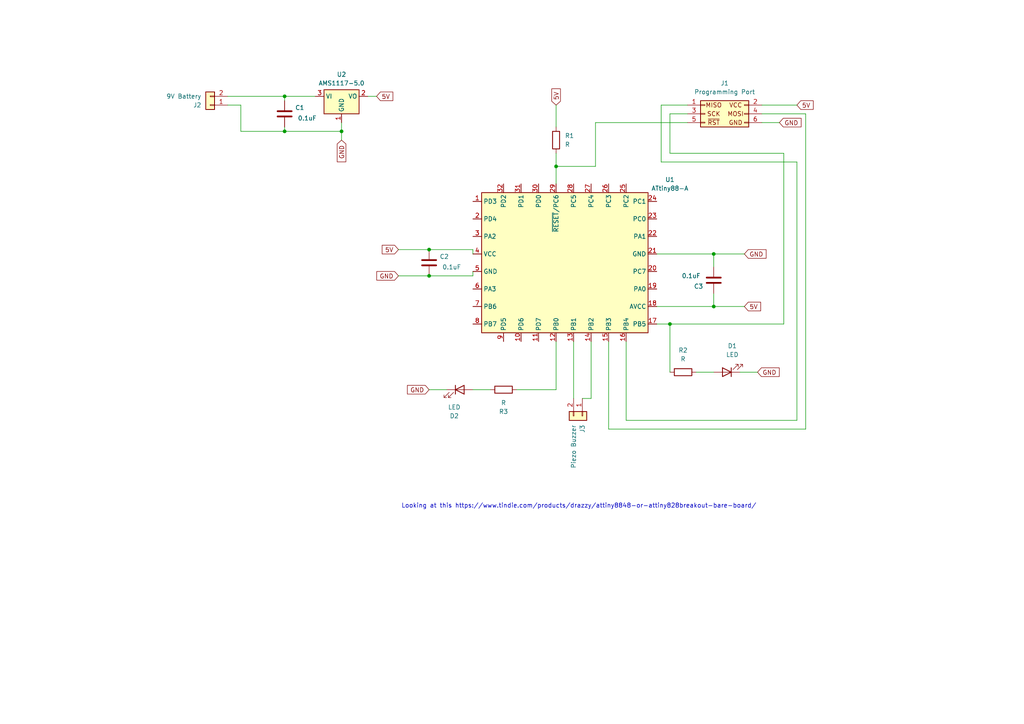
<source format=kicad_sch>
(kicad_sch (version 20231120) (generator "eeschema") (generator_version "8.0")
  (paper "A4")
  (lib_symbols
    (symbol "Connector_Generic:Conn_01x02" (pin_names (offset 1.016) hide)
      (property "Reference" "J" (at 0 2.54 0))
      (property "Value" "Conn_01x02" (at 0 -5.08 0))
      (symbol "Conn_01x02_1_1"
        (rectangle (start -1.27 -2.413) (end 0 -2.667) (stroke (width 0.1524)))
        (rectangle (start -1.27 0.127) (end 0 -0.127) (stroke (width 0.1524)))
        (rectangle (start -1.27 1.27) (end 1.27 -3.81) (stroke (width 0.254)) (fill (type background)))
        (pin passive line (at -5.08 0 0) (length 3.81) (name "Pin_1") (number "1"))
        (pin passive line (at -5.08 -2.54 0) (length 3.81) (name "Pin_2") (number "2"))
      )
    )
    (symbol "Device:C" (pin_numbers hide) (pin_names (offset 0.254))
      (property "Reference" "C" (at 0.635 2.54 0))
      (property "Value" "C" (at 0.635 -2.54 0))
      (symbol "C_0_1"
        (polyline (pts (xy -2.032 -0.762) (xy 2.032 -0.762)) (stroke (width 0.508)))
        (polyline (pts (xy -2.032 0.762) (xy 2.032 0.762)) (stroke (width 0.508)))
      )
      (symbol "C_1_1"
        (pin passive line (at 0 3.81 270) (length 2.794) (name "~") (number "1"))
        (pin passive line (at 0 -3.81 90) (length 2.794) (name "~") (number "2"))
      )
    )
    (symbol "Device:LED" (pin_numbers hide) (pin_names (offset 1.016) hide)
      (property "Reference" "D" (at 0 2.54 0))
      (property "Value" "LED" (at 0 -2.54 0))
      (symbol "LED_0_1"
        (polyline (pts (xy -1.27 -1.27) (xy -1.27 1.27)) (stroke (width 0.254)))
        (polyline (pts (xy -1.27 0) (xy 1.27 0)))
        (polyline (pts (xy 1.27 -1.27) (xy 1.27 1.27) (xy -1.27 0) (xy 1.27 -1.27)) (stroke (width 0.254)))
        (polyline (pts (xy -3.048 -0.762) (xy -4.572 -2.286) (xy -3.81 -2.286) (xy -4.572 -2.286) (xy -4.572 -1.524)))
        (polyline (pts (xy -1.778 -0.762) (xy -3.302 -2.286) (xy -2.54 -2.286) (xy -3.302 -2.286) (xy -3.302 -1.524)))
      )
      (symbol "LED_1_1"
        (pin passive line (at -3.81 0 0) (length 2.54) (name "K") (number "1"))
        (pin passive line (at 3.81 0 180) (length 2.54) (name "A") (number "2"))
      )
    )
    (symbol "Device:R" (pin_numbers hide) (pin_names (offset 0))
      (property "Reference" "R" (at 2.032 0 90))
      (property "Value" "R" (at 0 0 90))
      (symbol "R_0_1"
        (rectangle (start -1.016 -2.54) (end 1.016 2.54) (stroke (width 0.254)))
      )
      (symbol "R_1_1"
        (pin passive line (at 0 3.81 270) (length 1.27) (name "~") (number "1"))
        (pin passive line (at 0 -3.81 90) (length 1.27) (name "~") (number "2"))
      )
    )
    (symbol "PowerLibrary:Programming Port" (pin_names (offset 1.016) hide)
      (property "Reference" "J4" (at -0.635 8.89 0))
      (property "Value" "ISP Programming Port" (at -0.635 6.35 0))
      (symbol "Programming Port_1_1"
        (rectangle (start -7.62 -2.413) (end -6.35 -2.667) (stroke (width 0.1524)))
        (rectangle (start -7.62 0.127) (end -6.35 -0.127) (stroke (width 0.1524)))
        (rectangle (start -7.62 2.667) (end -6.35 2.413) (stroke (width 0.1524)))
        (rectangle (start -7.62 3.81) (end 6.35 -3.81) (stroke (width 0.254)) (fill (type background)))
        (rectangle (start 6.35 -2.413) (end 5.08 -2.667) (stroke (width 0.1524)))
        (rectangle (start 6.35 0.127) (end 5.08 -0.127) (stroke (width 0.1524)))
        (rectangle (start 6.35 2.667) (end 5.08 2.413) (stroke (width 0.1524)))
        (text "GND" (at 2.54 -2.54 0) (effects (font (size 1.27 1.27))))
        (text "MISO" (at -3.81 2.54 0) (effects (font (size 1.27 1.27))))
        (text "MOSI" (at 2.54 0 0) (effects (font (size 1.27 1.27))))
        (text "SCK" (at -3.81 0 0) (effects (font (size 1.27 1.27))))
        (text "VCC" (at 2.54 2.54 0) (effects (font (size 1.27 1.27))))
        (text "~{RST}" (at -3.81 -2.54 0) (effects (font (size 1.27 1.27))))
        (pin passive line (at -11.43 2.54 0) (length 3.81) (name "Pin_1") (number "1"))
        (pin passive line (at 10.16 2.54 180) (length 3.81) (name "Pin_2") (number "2"))
        (pin passive line (at -11.43 0 0) (length 3.81) (name "Pin_3") (number "3"))
        (pin passive line (at 10.16 0 180) (length 3.81) (name "Pin_4") (number "4"))
        (pin passive line (at -11.43 -2.54 0) (length 3.81) (name "Pin_5") (number "5"))
        (pin passive line (at 10.16 -2.54 180) (length 3.81) (name "Pin_6") (number "6"))
      )
    )
    (symbol "Project Library:ATtiny88-A"
      (property "Reference" "U" (at 12.7 -21.59 0))
      (property "Value" "ATtiny88-A" (at -2.54 21.59 0))
      (symbol "ATtiny88-A_0_1"
        (rectangle (start -24.13 20.32) (end 24.13 -20.32) (stroke (width 0.254)) (fill (type background)))
      )
      (symbol "ATtiny88-A_1_1"
        (pin bidirectional line (at -26.67 17.78 0) (length 2.54) (name "PD3") (number "1"))
        (pin bidirectional line (at -12.7 -22.86 90) (length 2.54) (name "PD6") (number "10"))
        (pin bidirectional line (at -7.62 -22.86 90) (length 2.54) (name "PD7") (number "11"))
        (pin bidirectional line (at -2.54 -22.86 90) (length 2.54) (name "PB0") (number "12"))
        (pin bidirectional line (at 2.54 -22.86 90) (length 2.54) (name "PB1") (number "13"))
        (pin bidirectional line (at 7.62 -22.86 90) (length 2.54) (name "PB2") (number "14"))
        (pin bidirectional line (at 12.7 -22.86 90) (length 2.54) (name "PB3") (number "15"))
        (pin bidirectional line (at 17.78 -22.86 90) (length 2.54) (name "PB4") (number "16"))
        (pin bidirectional line (at 26.67 -17.78 180) (length 2.54) (name "PB5") (number "17"))
        (pin power_in line (at 26.67 -12.7 180) (length 2.54) (name "AVCC") (number "18"))
        (pin bidirectional line (at 26.67 -7.62 180) (length 2.54) (name "PA0") (number "19"))
        (pin bidirectional line (at -26.67 12.7 0) (length 2.54) (name "PD4") (number "2"))
        (pin bidirectional line (at 26.67 -2.54 180) (length 2.54) (name "PC7") (number "20"))
        (pin passive line (at 26.67 2.54 180) (length 2.54) (name "GND") (number "21"))
        (pin bidirectional line (at 26.67 7.62 180) (length 2.54) (name "PA1") (number "22"))
        (pin bidirectional line (at 26.67 12.7 180) (length 2.54) (name "PC0") (number "23"))
        (pin bidirectional line (at 26.67 17.78 180) (length 2.54) (name "PC1") (number "24"))
        (pin bidirectional line (at 17.78 22.86 270) (length 2.54) (name "PC2") (number "25"))
        (pin bidirectional line (at 12.7 22.86 270) (length 2.54) (name "PC3") (number "26"))
        (pin bidirectional line (at 7.62 22.86 270) (length 2.54) (name "PC4") (number "27"))
        (pin bidirectional line (at 2.54 22.86 270) (length 2.54) (name "PC5") (number "28"))
        (pin bidirectional line (at -2.54 22.86 270) (length 2.54) (name "~{RESET}/PC6") (number "29"))
        (pin bidirectional line (at -26.67 7.62 0) (length 2.54) (name "PA2") (number "3"))
        (pin bidirectional line (at -7.62 22.86 270) (length 2.54) (name "PD0") (number "30"))
        (pin bidirectional line (at -12.7 22.86 270) (length 2.54) (name "PD1") (number "31"))
        (pin bidirectional line (at -17.78 22.86 270) (length 2.54) (name "PD2") (number "32"))
        (pin power_in line (at -26.67 2.54 0) (length 2.54) (name "VCC") (number "4"))
        (pin power_in line (at -26.67 -2.54 0) (length 2.54) (name "GND") (number "5"))
        (pin bidirectional line (at -26.67 -7.62 0) (length 2.54) (name "PA3") (number "6"))
        (pin bidirectional line (at -26.67 -12.7 0) (length 2.54) (name "PB6") (number "7"))
        (pin bidirectional line (at -26.67 -17.78 0) (length 2.54) (name "PB7") (number "8"))
        (pin bidirectional line (at -17.78 -22.86 90) (length 2.54) (name "PD5") (number "9"))
      )
    )
    (symbol "Regulator_Linear:AMS1117-5.0"
      (property "Reference" "U" (at -3.81 3.175 0))
      (property "Value" "AMS1117-5.0" (at 0 3.175 0))
      (symbol "AMS1117-5.0_0_1"
        (rectangle (start -5.08 -5.08) (end 5.08 1.905) (stroke (width 0.254)) (fill (type background)))
      )
      (symbol "AMS1117-5.0_1_1"
        (pin power_in line (at 0 -7.62 90) (length 2.54) (name "GND") (number "1"))
        (pin power_out line (at 7.62 0 180) (length 2.54) (name "VO") (number "2"))
        (pin power_in line (at -7.62 0 0) (length 2.54) (name "VI") (number "3"))
      )
    )
  )
  (junction (at 99.06 38.1))
  (junction (at 161.29 48.26))
  (junction (at 82.55 38.1))
  (junction (at 124.46 80.01))
  (junction (at 207.01 73.66))
  (junction (at 82.55 27.94))
  (junction (at 124.46 72.39))
  (junction (at 207.01 88.9))
  (junction (at 194.31 93.98))
  (wire (pts (xy 214.63 107.95) (xy 219.71 107.95)))
  (wire (pts (xy 181.61 121.92) (xy 181.61 99.06)))
  (wire (pts (xy 199.39 35.56) (xy 172.72 35.56)))
  (wire (pts (xy 215.9 88.9) (xy 207.01 88.9)))
  (wire (pts (xy 176.53 124.46) (xy 176.53 99.06)))
  (wire (pts (xy 194.31 44.45) (xy 194.31 33.02)))
  (wire (pts (xy 191.77 46.99) (xy 231.14 46.99)))
  (wire (pts (xy 190.5 73.66) (xy 207.01 73.66)))
  (wire (pts (xy 171.45 115.57) (xy 168.91 115.57)))
  (wire (pts (xy 220.98 30.48) (xy 231.14 30.48)))
  (wire (pts (xy 137.16 72.39) (xy 137.16 73.66)))
  (wire (pts (xy 191.77 30.48) (xy 191.77 46.99)))
  (wire (pts (xy 194.31 93.98) (xy 227.33 93.98)))
  (wire (pts (xy 99.06 35.56) (xy 99.06 38.1)))
  (wire (pts (xy 69.85 38.1) (xy 82.55 38.1)))
  (wire (pts (xy 142.24 113.03) (xy 137.16 113.03)))
  (wire (pts (xy 106.68 27.94) (xy 109.22 27.94)))
  (wire (pts (xy 233.68 124.46) (xy 176.53 124.46)))
  (wire (pts (xy 69.85 30.48) (xy 69.85 38.1)))
  (wire (pts (xy 99.06 38.1) (xy 99.06 40.64)))
  (wire (pts (xy 172.72 35.56) (xy 172.72 48.26)))
  (wire (pts (xy 166.37 99.06) (xy 166.37 115.57)))
  (wire (pts (xy 190.5 88.9) (xy 207.01 88.9)))
  (wire (pts (xy 82.55 38.1) (xy 99.06 38.1)))
  (wire (pts (xy 124.46 72.39) (xy 137.16 72.39)))
  (wire (pts (xy 115.57 80.01) (xy 124.46 80.01)))
  (wire (pts (xy 207.01 88.9) (xy 207.01 85.09)))
  (wire (pts (xy 124.46 80.01) (xy 137.16 80.01)))
  (wire (pts (xy 227.33 44.45) (xy 194.31 44.45)))
  (wire (pts (xy 190.5 93.98) (xy 194.31 93.98)))
  (wire (pts (xy 171.45 99.06) (xy 171.45 115.57)))
  (wire (pts (xy 66.04 30.48) (xy 69.85 30.48)))
  (wire (pts (xy 129.54 113.03) (xy 124.46 113.03)))
  (wire (pts (xy 82.55 27.94) (xy 82.55 29.21)))
  (wire (pts (xy 220.98 33.02) (xy 233.68 33.02)))
  (wire (pts (xy 161.29 30.48) (xy 161.29 36.83)))
  (wire (pts (xy 199.39 30.48) (xy 191.77 30.48)))
  (wire (pts (xy 137.16 80.01) (xy 137.16 78.74)))
  (wire (pts (xy 161.29 48.26) (xy 161.29 53.34)))
  (wire (pts (xy 233.68 33.02) (xy 233.68 124.46)))
  (wire (pts (xy 82.55 27.94) (xy 91.44 27.94)))
  (wire (pts (xy 220.98 35.56) (xy 226.06 35.56)))
  (wire (pts (xy 194.31 33.02) (xy 199.39 33.02)))
  (wire (pts (xy 161.29 113.03) (xy 149.86 113.03)))
  (wire (pts (xy 172.72 48.26) (xy 161.29 48.26)))
  (wire (pts (xy 82.55 36.83) (xy 82.55 38.1)))
  (wire (pts (xy 161.29 99.06) (xy 161.29 113.03)))
  (wire (pts (xy 207.01 73.66) (xy 207.01 77.47)))
  (wire (pts (xy 215.9 73.66) (xy 207.01 73.66)))
  (wire (pts (xy 66.04 27.94) (xy 82.55 27.94)))
  (wire (pts (xy 231.14 46.99) (xy 231.14 121.92)))
  (wire (pts (xy 227.33 93.98) (xy 227.33 44.45)))
  (wire (pts (xy 115.57 72.39) (xy 124.46 72.39)))
  (wire (pts (xy 231.14 121.92) (xy 181.61 121.92)))
  (wire (pts (xy 161.29 44.45) (xy 161.29 48.26)))
  (wire (pts (xy 201.93 107.95) (xy 207.01 107.95)))
  (wire (pts (xy 194.31 93.98) (xy 194.31 107.95)))
  (text "Looking at this https://www.tindie.com/products/drazzy/attiny8848-or-attiny828breakout-bare-board/" (at 167.894 146.812 0) (effects (font (size 1.27 1.27))))
  (global_label "GND" (shape input) (at 99.06 40.64 270) (property "Intersheetrefs" "${INTERSHEET_REFS}" (effects (hide yes))))
  (global_label "5V" (shape input) (at 161.29 30.48 90) (property "Intersheetrefs" "${INTERSHEET_REFS}" (effects (hide yes))))
  (global_label "GND" (shape input) (at 115.57 80.01 180) (property "Intersheetrefs" "${INTERSHEET_REFS}" (effects (hide yes))))
  (global_label "5V" (shape input) (at 109.22 27.94 0) (property "Intersheetrefs" "${INTERSHEET_REFS}" (effects (hide yes))))
  (global_label "GND" (shape input) (at 226.06 35.56 0) (property "Intersheetrefs" "${INTERSHEET_REFS}" (effects (hide yes))))
  (global_label "5V" (shape input) (at 215.9 88.9 0) (property "Intersheetrefs" "${INTERSHEET_REFS}" (effects (hide yes))))
  (global_label "GND" (shape input) (at 219.71 107.95 0) (property "Intersheetrefs" "${INTERSHEET_REFS}" (effects (hide yes))))
  (global_label "GND" (shape input) (at 215.9 73.66 0) (property "Intersheetrefs" "${INTERSHEET_REFS}" (effects (hide yes))))
  (global_label "GND" (shape input) (at 124.46 113.03 180) (property "Intersheetrefs" "${INTERSHEET_REFS}" (effects (hide yes))))
  (global_label "5V" (shape input) (at 115.57 72.39 180) (property "Intersheetrefs" "${INTERSHEET_REFS}" (effects (hide yes))))
  (global_label "5V" (shape input) (at 231.14 30.48 0) (property "Intersheetrefs" "${INTERSHEET_REFS}" (effects (hide yes))))
  (symbol (lib_id "Device:LED") (at 133.35 113.03 0) (unit 1)
    (property "Reference" "D2" (at 131.7625 120.65 0))
    (property "Value" "LED" (at 131.7625 118.11 0))
    (property "Description" "Light emitting diode" (effects (hide yes)))
    (property "LCSC Part #" "C2986058" (effects (hide yes)))
  )
  (symbol (lib_id "Device:LED") (at 210.82 107.95 180) (unit 1)
    (property "Reference" "D1" (at 212.4075 100.33 0))
    (property "Value" "LED" (at 212.4075 102.87 0))
    (property "Description" "Light emitting diode" (effects (hide yes)))
    (property "LCSC Part #" "C2986058" (effects (hide yes)))
  )
  (symbol (lib_id "Project Library:ATtiny88-A") (at 163.83 76.2 0) (unit 1)
    (property "Reference" "U1" (at 194.31 52.1014 0))
    (property "Value" "ATtiny88-A" (at 194.31 54.6414 0))
    (property "Footprint" "Package_QFP:TQFP-32_7x7mm_P0.8mm" (effects (hide yes)))
    (property "Datasheet" "http://ww1.microchip.com/downloads/en/DeviceDoc/doc8008.pdf" (effects (hide yes)))
    (property "Description" "12MHz, 8kB Flash, 512B SRAM, 64B EEPROM, TQFP-32" (effects (hide yes)))
  )
  (symbol (lib_id "Device:R") (at 198.12 107.95 90) (unit 1)
    (property "Reference" "R2" (at 198.12 101.6 90))
    (property "Value" "R" (at 198.12 104.14 90))
    (property "Description" "Resistor" (effects (hide yes)))
  )
  (symbol (lib_id "Device:R") (at 161.29 40.64 0) (unit 1)
    (property "Reference" "R1" (at 163.83 39.3699 0) (effects (justify left)))
    (property "Value" "R" (at 163.83 41.9099 0) (effects (justify left)))
    (property "Description" "Resistor" (effects (hide yes)))
  )
  (symbol (lib_id "Connector_Generic:Conn_01x02") (at 168.91 120.65 270) (unit 1)
    (property "Reference" "J3" (at 168.9101 123.19 0) (effects (justify left)))
    (property "Value" "Piezo Buzzer" (at 166.3701 123.19 0) (effects (justify left)))
    (property "Footprint" "Connector_Molex:Molex_KK-254_AE-6410-02A_1x02_P2.54mm_Vertical" (effects (hide yes)))
    (property "LCSC Part #" "C505162" (effects (hide yes)))
  )
  (symbol (lib_id "Device:C") (at 207.01 81.28 0) (unit 1)
    (property "Reference" "C3" (at 203.962 83.058 0) (effects (justify right)))
    (property "Value" "0.1uF" (at 203.2 80.01 0) (effects (justify right)))
    (property "Footprint" "Capacitor_SMD:C_0603_1608Metric_Pad1.08x0.95mm_HandSolder" (effects (hide yes)))
    (property "LCSC Part #" "C14663" (effects (hide yes)))
  )
  (symbol (lib_id "Device:R") (at 146.05 113.03 270) (unit 1)
    (property "Reference" "R3" (at 146.05 119.38 90))
    (property "Value" "R" (at 146.05 116.84 90))
    (property "Description" "Resistor" (effects (hide yes)))
  )
  (symbol (lib_id "PowerLibrary:Programming Port") (at 210.82 33.02 0) (unit 1)
    (property "Reference" "J1" (at 210.185 24.13 0))
    (property "Value" "Programming Port" (at 210.185 26.67 0))
    (property "Footprint" "Connector_PinHeader_2.54mm:PinHeader_2x03_P2.54mm_Vertical" (effects (hide yes)))
    (property "LCSC Part #" "C65114" (effects (hide yes)))
  )
  (symbol (lib_id "Regulator_Linear:AMS1117-5.0") (at 99.06 27.94 0) (unit 1)
    (property "Reference" "U2" (at 99.06 21.59 0))
    (property "Value" "AMS1117-5.0" (at 99.06 24.13 0))
    (property "Footprint" "Package_TO_SOT_SMD:SOT-223-3_TabPin2" (effects (hide yes)))
    (property "Datasheet" "http://www.advanced-monolithic.com/pdf/ds1117.pdf" (effects (hide yes)))
    (property "Description" "1A Low Dropout regulator, positive, 5.0V fixed output, SOT-223" (effects (hide yes)))
  )
  (symbol (lib_id "Connector_Generic:Conn_01x02") (at 60.96 30.48 180) (unit 1)
    (property "Reference" "J2" (at 58.42 30.4801 0) (effects (justify left)))
    (property "Value" "9V Battery" (at 58.42 27.9401 0) (effects (justify left)))
    (property "Footprint" "Connector_Molex:Molex_KK-254_AE-6410-02A_1x02_P2.54mm_Vertical" (effects (hide yes)))
    (property "LCSC Part #" "C505162" (effects (hide yes)))
  )
  (symbol (lib_id "Device:C") (at 124.46 76.2 180) (unit 1)
    (property "Reference" "C2" (at 127.508 74.422 0) (effects (justify right)))
    (property "Value" "0.1uF" (at 128.27 77.47 0) (effects (justify right)))
    (property "Footprint" "Capacitor_SMD:C_0603_1608Metric_Pad1.08x0.95mm_HandSolder" (effects (hide yes)))
    (property "LCSC Part #" "C14663" (effects (hide yes)))
  )
  (symbol (lib_id "Device:C") (at 82.55 33.02 180) (unit 1)
    (property "Reference" "C1" (at 85.598 31.242 0) (effects (justify right)))
    (property "Value" "0.1uF" (at 86.36 34.29 0) (effects (justify right)))
    (property "Footprint" "Capacitor_SMD:C_0603_1608Metric_Pad1.08x0.95mm_HandSolder" (effects (hide yes)))
    (property "LCSC Part #" "C14663" (effects (hide yes)))
  )
)
</source>
